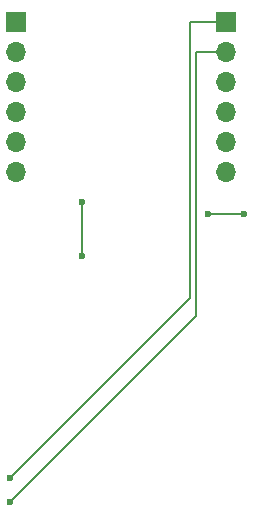
<source format=gbr>
%TF.GenerationSoftware,KiCad,Pcbnew,(6.0.5)*%
%TF.CreationDate,2022-06-15T22:45:41+02:00*%
%TF.ProjectId,picoESP12F,7069636f-4553-4503-9132-462e6b696361,rev?*%
%TF.SameCoordinates,Original*%
%TF.FileFunction,Copper,L2,Bot*%
%TF.FilePolarity,Positive*%
%FSLAX46Y46*%
G04 Gerber Fmt 4.6, Leading zero omitted, Abs format (unit mm)*
G04 Created by KiCad (PCBNEW (6.0.5)) date 2022-06-15 22:45:41*
%MOMM*%
%LPD*%
G01*
G04 APERTURE LIST*
%TA.AperFunction,ComponentPad*%
%ADD10O,1.700000X1.700000*%
%TD*%
%TA.AperFunction,ComponentPad*%
%ADD11R,1.700000X1.700000*%
%TD*%
%TA.AperFunction,ViaPad*%
%ADD12C,0.600000*%
%TD*%
%TA.AperFunction,Conductor*%
%ADD13C,0.200000*%
%TD*%
G04 APERTURE END LIST*
D10*
%TO.P,J2,6,Pin_6*%
%TO.N,unconnected-(J2-Pad6)*%
X161036000Y-82296000D03*
%TO.P,J2,5,Pin_5*%
%TO.N,unconnected-(J2-Pad5)*%
X161036000Y-79756000D03*
%TO.P,J2,4,Pin_4*%
%TO.N,unconnected-(J2-Pad4)*%
X161036000Y-77216000D03*
%TO.P,J2,3,Pin_3*%
%TO.N,unconnected-(J2-Pad3)*%
X161036000Y-74676000D03*
%TO.P,J2,2,Pin_2*%
%TO.N,TXD0*%
X161036000Y-72136000D03*
D11*
%TO.P,J2,1,Pin_1*%
%TO.N,RXD0*%
X161036000Y-69596000D03*
%TD*%
D10*
%TO.P,J1,6,Pin_6*%
%TO.N,unconnected-(J1-Pad6)*%
X143256000Y-82296000D03*
%TO.P,J1,5,Pin_5*%
%TO.N,unconnected-(J1-Pad5)*%
X143256000Y-79756000D03*
%TO.P,J1,4,Pin_4*%
%TO.N,unconnected-(J1-Pad4)*%
X143256000Y-77216000D03*
%TO.P,J1,3,Pin_3*%
%TO.N,GND*%
X143256000Y-74676000D03*
%TO.P,J1,2,Pin_2*%
%TO.N,unconnected-(J1-Pad2)*%
X143256000Y-72136000D03*
D11*
%TO.P,J1,1,Pin_1*%
%TO.N,+5V*%
X143256000Y-69596000D03*
%TD*%
D12*
%TO.N,GND*%
X148844000Y-84836000D03*
X148844000Y-89408000D03*
%TO.N,Net-(R1-Pad2)*%
X159512000Y-85852000D03*
X162560000Y-85852000D03*
%TO.N,TXD0*%
X142748000Y-110236000D03*
%TO.N,RXD0*%
X142748000Y-108204000D03*
%TD*%
D13*
%TO.N,GND*%
X148844000Y-89408000D02*
X148844000Y-84836000D01*
%TO.N,Net-(R1-Pad2)*%
X162560000Y-85852000D02*
X159512000Y-85852000D01*
%TO.N,TXD0*%
X158496000Y-94488000D02*
X158496000Y-72136000D01*
X142748000Y-110236000D02*
X158496000Y-94488000D01*
X158496000Y-72136000D02*
X161036000Y-72136000D01*
%TO.N,RXD0*%
X157988000Y-69596000D02*
X161036000Y-69596000D01*
X142748000Y-108204000D02*
X157988000Y-92964000D01*
X157988000Y-92964000D02*
X157988000Y-69596000D01*
%TD*%
M02*

</source>
